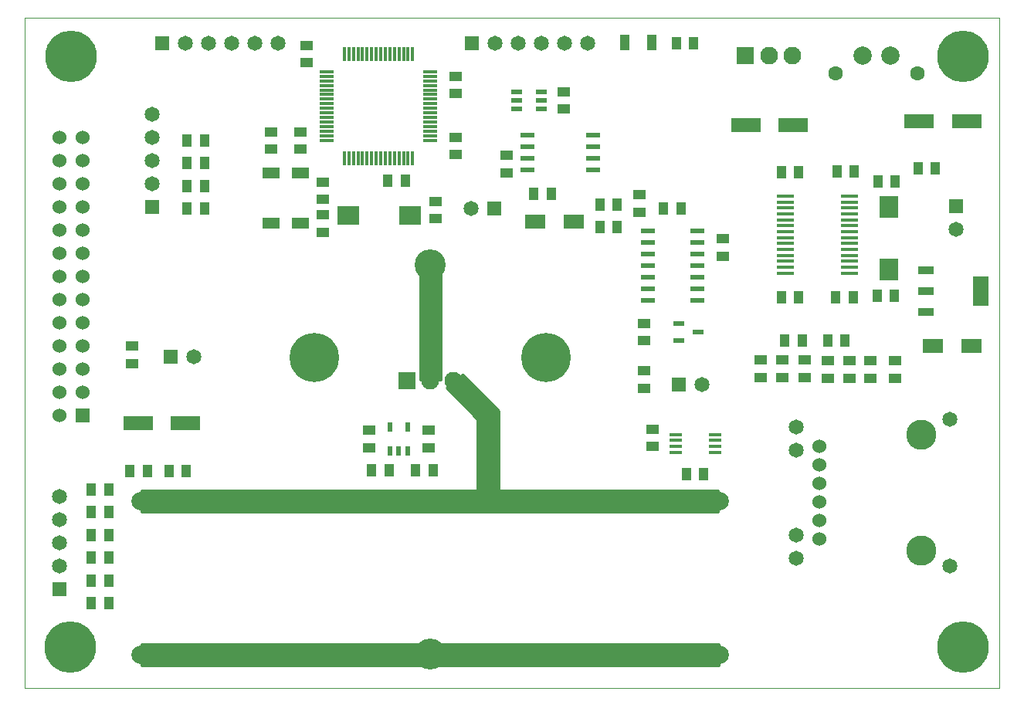
<source format=gts>
%FSLAX46Y46*%
G04 Gerber Fmt 4.6, Leading zero omitted, Abs format (unit mm)*
G04 Created by KiCad (PCBNEW (2014-09-25 BZR 5147)-product) date Tue 30 Sep 2014 08:55:43 AM EDT*
%MOMM*%
G01*
G04 APERTURE LIST*
%ADD10C,0.100000*%
%ADD11R,1.850000X0.450000*%
%ADD12C,5.650000*%
%ADD13R,1.000000X1.450000*%
%ADD14R,1.450000X1.000000*%
%ADD15R,1.050000X1.750000*%
%ADD16R,2.100000X2.450000*%
%ADD17R,2.450000X2.100000*%
%ADD18R,3.250000X1.650000*%
%ADD19R,1.650000X1.650000*%
%ADD20C,1.650000*%
%ADD21R,1.300000X0.600000*%
%ADD22R,1.550000X0.600000*%
%ADD23R,1.800000X0.900000*%
%ADD24R,1.800000X3.200000*%
%ADD25R,0.600000X1.050000*%
%ADD26R,2.300000X1.550000*%
%ADD27C,1.524000*%
%ADD28C,1.651000*%
%ADD29C,3.302000*%
%ADD30C,5.400000*%
%ADD31C,3.400000*%
%ADD32R,1.950000X1.950000*%
%ADD33C,1.950000*%
%ADD34C,2.000000*%
%ADD35C,1.600000*%
%ADD36R,1.250000X0.600000*%
%ADD37R,1.600000X0.600000*%
%ADD38R,0.300000X1.500000*%
%ADD39R,1.500000X0.300000*%
%ADD40R,1.524000X1.524000*%
%ADD41R,1.350000X0.450000*%
%ADD42R,1.900000X1.300000*%
%ADD43C,0.254000*%
G04 APERTURE END LIST*
D10*
X100000000Y-139500000D02*
X100000000Y-66000000D01*
X206800000Y-139500000D02*
X100000000Y-139500000D01*
X206800000Y-66000000D02*
X206800000Y-139500000D01*
X100000000Y-66000000D02*
X206800000Y-66000000D01*
D11*
X183370000Y-85585540D03*
X183370000Y-86235540D03*
X183370000Y-86885540D03*
X183370000Y-87535540D03*
X183370000Y-88185540D03*
X183370000Y-88835540D03*
X183370000Y-89485540D03*
X183370000Y-90135540D03*
X183370000Y-90785540D03*
X183370000Y-91435540D03*
X183370000Y-92085540D03*
X183370000Y-92735540D03*
X183370000Y-93385540D03*
X183370000Y-94035540D03*
X190370000Y-94035540D03*
X190370000Y-93385540D03*
X190370000Y-92735540D03*
X190370000Y-92085540D03*
X190370000Y-91435540D03*
X190370000Y-90785540D03*
X190370000Y-90135540D03*
X190370000Y-89485540D03*
X190370000Y-88835540D03*
X190370000Y-88185540D03*
X190370000Y-87535540D03*
X190370000Y-86885540D03*
X190370000Y-86235540D03*
X190370000Y-85585540D03*
D12*
X202860000Y-70310540D03*
X105070000Y-70310000D03*
X105000000Y-135000000D03*
X202860000Y-135080540D03*
D13*
X195320000Y-96510540D03*
X193420000Y-96510540D03*
X195420000Y-84010540D03*
X193520000Y-84010540D03*
X182920000Y-83010540D03*
X184820000Y-83010540D03*
D14*
X126970000Y-80460540D03*
X126970000Y-78560540D03*
X132670000Y-84060540D03*
X132670000Y-85960540D03*
X132670000Y-87660540D03*
X132670000Y-89560540D03*
X145070000Y-88060540D03*
X145070000Y-86160540D03*
D13*
X188020000Y-101410540D03*
X189920000Y-101410540D03*
X185220000Y-101410540D03*
X183320000Y-101410540D03*
X190920000Y-82910540D03*
X189020000Y-82910540D03*
D14*
X167890000Y-101440000D03*
X167890000Y-99540000D03*
D13*
X190820000Y-96710540D03*
X188920000Y-96710540D03*
D14*
X159070000Y-74160540D03*
X159070000Y-76060540D03*
X152790000Y-81140000D03*
X152790000Y-83040000D03*
D13*
X109190000Y-130240000D03*
X107290000Y-130240000D03*
X109190000Y-117740000D03*
X107290000Y-117740000D03*
X174440000Y-116090000D03*
X172540000Y-116090000D03*
X171940000Y-86990000D03*
X170040000Y-86990000D03*
D14*
X176490000Y-90290000D03*
X176490000Y-92190000D03*
X168790000Y-113040000D03*
X168790000Y-111140000D03*
D13*
X164940000Y-88990000D03*
X163040000Y-88990000D03*
D14*
X137740000Y-111290000D03*
X137740000Y-113190000D03*
D13*
X111540000Y-115740000D03*
X113440000Y-115740000D03*
D15*
X165770000Y-68710540D03*
X168770000Y-68710540D03*
D13*
X171420000Y-68810540D03*
X173320000Y-68810540D03*
D14*
X195370000Y-105560540D03*
X195370000Y-103660540D03*
X180670000Y-105460540D03*
X180670000Y-103560540D03*
X190370000Y-103660540D03*
X190370000Y-105560540D03*
X188070000Y-105560540D03*
X188070000Y-103660540D03*
X185470000Y-103560540D03*
X185470000Y-105460540D03*
X183070000Y-105460540D03*
X183070000Y-103560540D03*
D13*
X107290000Y-127740000D03*
X109190000Y-127740000D03*
X107290000Y-120240000D03*
X109190000Y-120240000D03*
X109190000Y-125240000D03*
X107290000Y-125240000D03*
X109190000Y-122740000D03*
X107290000Y-122740000D03*
X117690000Y-115740000D03*
X115790000Y-115740000D03*
X119690000Y-86990000D03*
X117790000Y-86990000D03*
X119690000Y-84490000D03*
X117790000Y-84490000D03*
X119690000Y-81990000D03*
X117790000Y-81990000D03*
X119690000Y-79490000D03*
X117790000Y-79490000D03*
X199820000Y-82510540D03*
X197920000Y-82510540D03*
X139940000Y-115690000D03*
X138040000Y-115690000D03*
D14*
X167390000Y-85440000D03*
X167390000Y-87340000D03*
X144240000Y-111290000D03*
X144240000Y-113190000D03*
D13*
X144740000Y-115690000D03*
X142840000Y-115690000D03*
X163040000Y-86490000D03*
X164940000Y-86490000D03*
D14*
X111740000Y-103940000D03*
X111740000Y-102040000D03*
X167890000Y-106640000D03*
X167890000Y-104740000D03*
D16*
X194770000Y-93610540D03*
X194770000Y-86810540D03*
D17*
X135470000Y-87710540D03*
X142270000Y-87710540D03*
D18*
X203270000Y-77410540D03*
X198070000Y-77410540D03*
X184270000Y-77810540D03*
X179070000Y-77810540D03*
X112390000Y-110490000D03*
X117590000Y-110490000D03*
D14*
X192670000Y-103660540D03*
X192670000Y-105560540D03*
D19*
X148970000Y-68810540D03*
D20*
X151510000Y-68810540D03*
X154050000Y-68810540D03*
X156590000Y-68810540D03*
X159130000Y-68810540D03*
X161670000Y-68810540D03*
D19*
X115070000Y-68810540D03*
D20*
X117610000Y-68810540D03*
X120150000Y-68810540D03*
X122690000Y-68810540D03*
X125230000Y-68810540D03*
X127770000Y-68810540D03*
D13*
X184820000Y-96710540D03*
X182920000Y-96710540D03*
D21*
X171690000Y-99540000D03*
X171690000Y-101440000D03*
X173790000Y-100490000D03*
D22*
X168290000Y-89430000D03*
X168290000Y-90700000D03*
X168290000Y-91970000D03*
X168290000Y-93240000D03*
X168290000Y-94510000D03*
X168290000Y-95780000D03*
X168290000Y-97050000D03*
X173690000Y-97050000D03*
X173690000Y-95780000D03*
X173690000Y-94510000D03*
X173690000Y-93240000D03*
X173690000Y-91970000D03*
X173690000Y-90700000D03*
X173690000Y-89430000D03*
D23*
X198770000Y-93710540D03*
X198770000Y-96010540D03*
X198770000Y-98310540D03*
D24*
X204770000Y-96010540D03*
D25*
X140040000Y-113540000D03*
X140990000Y-113540000D03*
X141940000Y-113540000D03*
X141940000Y-110940000D03*
X140040000Y-110940000D03*
D26*
X199520000Y-102010540D03*
X203820000Y-102010540D03*
X155920000Y-88410540D03*
X160220000Y-88410540D03*
D13*
X155820000Y-85310540D03*
X157720000Y-85310540D03*
D14*
X130870000Y-69060540D03*
X130870000Y-70960540D03*
D13*
X141720000Y-83910540D03*
X139820000Y-83910540D03*
D14*
X147270000Y-72460540D03*
X147270000Y-74360540D03*
X130170000Y-80460540D03*
X130170000Y-78560540D03*
X147270000Y-79160540D03*
X147270000Y-81060540D03*
D27*
X187070000Y-113030540D03*
X187070000Y-115062540D03*
X187070000Y-117094540D03*
X187070000Y-119126540D03*
X187070000Y-121158540D03*
X187070000Y-123190540D03*
D28*
X184606200Y-110896940D03*
X184606200Y-113436940D03*
X184606200Y-122784140D03*
X184606200Y-125324140D03*
D29*
X198246000Y-124460540D03*
X198246000Y-111760540D03*
D28*
X201421000Y-110046040D03*
X201421000Y-126175040D03*
D19*
X202070000Y-86710540D03*
D20*
X202070000Y-89250540D03*
D19*
X171690000Y-106290000D03*
D20*
X174230000Y-106290000D03*
D19*
X115990000Y-103240000D03*
D20*
X118530000Y-103240000D03*
D19*
X113960000Y-86820000D03*
D20*
X113960000Y-84280000D03*
X113960000Y-81740000D03*
X113960000Y-79200000D03*
X113960000Y-76660000D03*
D19*
X103800000Y-128730000D03*
D20*
X103800000Y-126190000D03*
X103800000Y-123650000D03*
X103800000Y-121110000D03*
X103800000Y-118570000D03*
D30*
X131740000Y-103330000D03*
X157140000Y-103330000D03*
D31*
X144440000Y-135842540D03*
X144440000Y-93170000D03*
D32*
X141890000Y-105870000D03*
D33*
X144440000Y-105870000D03*
X146990000Y-105870000D03*
D32*
X179020000Y-70210540D03*
D33*
X181570000Y-70210540D03*
X184120000Y-70210540D03*
D34*
X176190000Y-119010000D03*
X176190000Y-135910000D03*
X169840000Y-119010000D03*
X169840000Y-135910000D03*
X163490000Y-119010000D03*
X163490000Y-135910000D03*
X157140000Y-119010000D03*
X157140000Y-135910000D03*
X150790000Y-119010000D03*
X150790000Y-135910000D03*
X138090000Y-119010000D03*
X138090000Y-135910000D03*
X131740000Y-119010000D03*
X131740000Y-135910000D03*
X125390000Y-119010000D03*
X125390000Y-135910000D03*
X119040000Y-119010000D03*
X119040000Y-135910000D03*
X112690000Y-119010000D03*
X112690000Y-135910000D03*
X194870000Y-70210540D03*
X191870000Y-70210540D03*
D35*
X188870000Y-72170540D03*
X197870000Y-72170540D03*
D36*
X153920000Y-74160540D03*
X153920000Y-75110540D03*
X153920000Y-76060540D03*
X156620000Y-76060540D03*
X156620000Y-75110540D03*
X156620000Y-74160540D03*
D37*
X155140000Y-78885000D03*
X155140000Y-80155000D03*
X155140000Y-81425000D03*
X155140000Y-82695000D03*
X162340000Y-82695000D03*
X162340000Y-81425000D03*
X162340000Y-80155000D03*
X162340000Y-78885000D03*
D38*
X135020000Y-81410540D03*
X135520000Y-81410540D03*
X136020000Y-81410540D03*
X136520000Y-81410540D03*
X137020000Y-81410540D03*
X137520000Y-81410540D03*
X138020000Y-81410540D03*
X138520000Y-81410540D03*
X139020000Y-81410540D03*
X139520000Y-81410540D03*
X140020000Y-81410540D03*
X140520000Y-81410540D03*
X141020000Y-81410540D03*
X141520000Y-81410540D03*
X142020000Y-81410540D03*
X142520000Y-81410540D03*
D39*
X144470000Y-79460540D03*
X144470000Y-78960540D03*
X144470000Y-78460540D03*
X144470000Y-77960540D03*
X144470000Y-77460540D03*
X144470000Y-76960540D03*
X144470000Y-76460540D03*
X144470000Y-75960540D03*
X144470000Y-75460540D03*
X144470000Y-74960540D03*
X144470000Y-74460540D03*
X144470000Y-73960540D03*
X144470000Y-73460540D03*
X144470000Y-72960540D03*
X144470000Y-72460540D03*
X144470000Y-71960540D03*
D38*
X142520000Y-70010540D03*
X142020000Y-70010540D03*
X141520000Y-70010540D03*
X141020000Y-70010540D03*
X140520000Y-70010540D03*
X140020000Y-70010540D03*
X139520000Y-70010540D03*
X139020000Y-70010540D03*
X138520000Y-70010540D03*
X138020000Y-70010540D03*
X137520000Y-70010540D03*
X137020000Y-70010540D03*
X136520000Y-70010540D03*
X136020000Y-70010540D03*
X135520000Y-70010540D03*
X135020000Y-70010540D03*
D39*
X133070000Y-71960540D03*
X133070000Y-72460540D03*
X133070000Y-72960540D03*
X133070000Y-73460540D03*
X133070000Y-73960540D03*
X133070000Y-74460540D03*
X133070000Y-74960540D03*
X133070000Y-75460540D03*
X133070000Y-75960540D03*
X133070000Y-76460540D03*
X133070000Y-76960540D03*
X133070000Y-77460540D03*
X133070000Y-77960540D03*
X133070000Y-78460540D03*
X133070000Y-78960540D03*
X133070000Y-79460540D03*
D40*
X106340000Y-109680000D03*
D27*
X103800000Y-109680000D03*
X106340000Y-107140000D03*
X103800000Y-107140000D03*
X106340000Y-104600000D03*
X103800000Y-104600000D03*
X106340000Y-102060000D03*
X103800000Y-102060000D03*
X106340000Y-99520000D03*
X103800000Y-99520000D03*
X106340000Y-96980000D03*
X103800000Y-96980000D03*
X106340000Y-94440000D03*
X103800000Y-94440000D03*
X106340000Y-91900000D03*
X103800000Y-91900000D03*
X106340000Y-89360000D03*
X103800000Y-89360000D03*
X106340000Y-86820000D03*
X103800000Y-86820000D03*
X106340000Y-84280000D03*
X103800000Y-84280000D03*
X106340000Y-81740000D03*
X103800000Y-81740000D03*
X106340000Y-79200000D03*
X103800000Y-79200000D03*
D41*
X175640000Y-113665000D03*
X175640000Y-113015000D03*
X175640000Y-112365000D03*
X175640000Y-111715000D03*
X171340000Y-111715000D03*
X171340000Y-112365000D03*
X171340000Y-113015000D03*
X171340000Y-113665000D03*
D19*
X151470000Y-86910540D03*
D20*
X148930000Y-86910540D03*
D42*
X126970000Y-83060540D03*
X126970000Y-88560540D03*
X130170000Y-88560540D03*
X130170000Y-83060540D03*
D43*
G36*
X176043000Y-120183540D02*
X112797000Y-120183540D01*
X112797000Y-117837540D01*
X149597000Y-117837540D01*
X149597000Y-110059010D01*
X146256105Y-106619853D01*
X147962632Y-105182777D01*
X151943000Y-109163145D01*
X151943000Y-117837540D01*
X176043000Y-117837540D01*
X176043000Y-120183540D01*
X176043000Y-120183540D01*
G37*
X176043000Y-120183540D02*
X112797000Y-120183540D01*
X112797000Y-117837540D01*
X149597000Y-117837540D01*
X149597000Y-110059010D01*
X146256105Y-106619853D01*
X147962632Y-105182777D01*
X151943000Y-109163145D01*
X151943000Y-117837540D01*
X176043000Y-117837540D01*
X176043000Y-120183540D01*
G36*
X145643000Y-105783540D02*
X143297000Y-105783540D01*
X143297000Y-93237540D01*
X145643000Y-93237540D01*
X145643000Y-105783540D01*
X145643000Y-105783540D01*
G37*
X145643000Y-105783540D02*
X143297000Y-105783540D01*
X143297000Y-93237540D01*
X145643000Y-93237540D01*
X145643000Y-105783540D01*
G36*
X176143000Y-137083540D02*
X112797000Y-137083540D01*
X112797000Y-134737540D01*
X176143000Y-134737540D01*
X176143000Y-137083540D01*
X176143000Y-137083540D01*
G37*
X176143000Y-137083540D02*
X112797000Y-137083540D01*
X112797000Y-134737540D01*
X176143000Y-134737540D01*
X176143000Y-137083540D01*
M02*

</source>
